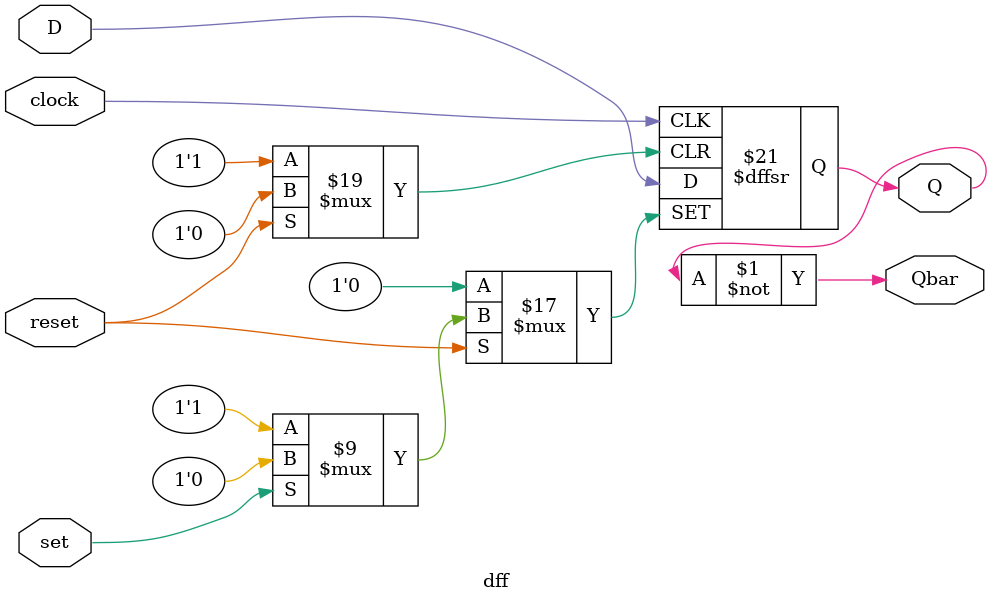
<source format=v>
module dff(D, clock, set, reset, Q, Qbar);
    input D, clock, set, reset;
    output reg Q;
    output Qbar;

    assign Qbar = ~Q;

    always @(posedge clock or negedge set or negedge reset)
        begin
            if(reset == 0) Q <= 0;
            else if (set == 0) Q <=1;
            else Q <= D; //non- blocking assignment used
            
        end
endmodule
</source>
